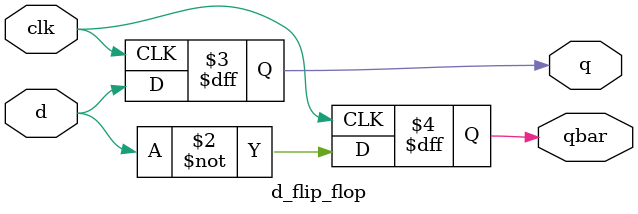
<source format=v>
`timescale 1ns / 1ps

module d_flip_flop(
       input d,clk,
       output reg q,qbar
    );
    
    always@(posedge clk)
    begin
    q <= d; 
    qbar <= ~d; 
    end
endmodule

</source>
